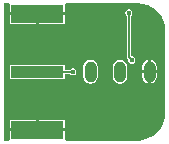
<source format=gtl>
G04*
G04 #@! TF.GenerationSoftware,Altium Limited,Altium Designer,25.1.2 (22)*
G04*
G04 Layer_Physical_Order=1*
G04 Layer_Color=255*
%FSLAX44Y44*%
%MOMM*%
G71*
G04*
G04 #@! TF.SameCoordinates,AE164387-2BA8-4131-8792-411A74241D84*
G04*
G04*
G04 #@! TF.FilePolarity,Positive*
G04*
G01*
G75*
%ADD11R,4.5000X1.5000*%
%ADD12R,4.5000X1.0000*%
%ADD16C,0.1500*%
%ADD17O,1.0000X1.8000*%
%ADD18C,0.4000*%
G36*
X249533Y117788D02*
X253892Y116466D01*
X257909Y114319D01*
X261430Y111430D01*
X264319Y107909D01*
X266466Y103892D01*
X267788Y99533D01*
X268228Y95064D01*
X268216Y95000D01*
Y25000D01*
X268228Y24936D01*
X267788Y20467D01*
X266466Y16108D01*
X264319Y12091D01*
X261430Y8571D01*
X257909Y5681D01*
X253892Y3534D01*
X249533Y2212D01*
X245065Y1771D01*
X245000Y1784D01*
X184577Y1784D01*
X183500Y3054D01*
Y9480D01*
X160000D01*
X136500D01*
Y3054D01*
X136500Y2250D01*
X135423Y1784D01*
X131784D01*
Y118216D01*
X135423D01*
X136500Y117750D01*
X136500Y116946D01*
Y110520D01*
X160000D01*
X183500D01*
Y116946D01*
X183500Y117750D01*
X184577Y118216D01*
X245000D01*
X245065Y118229D01*
X249533Y117788D01*
D02*
G37*
%LPC*%
G36*
X183500Y107980D02*
X161270D01*
Y100750D01*
X183500D01*
Y107980D01*
D02*
G37*
G36*
X158730D02*
X136500D01*
Y100750D01*
X158730D01*
Y107980D01*
D02*
G37*
G36*
X238097Y113000D02*
X236903D01*
X235801Y112543D01*
X234957Y111699D01*
X234500Y110597D01*
Y109403D01*
X234957Y108301D01*
X235716Y107542D01*
Y72500D01*
X235851Y71817D01*
X236238Y71238D01*
X237000Y70477D01*
Y69403D01*
X237457Y68301D01*
X238301Y67457D01*
X239403Y67000D01*
X240597D01*
X241699Y67457D01*
X242543Y68301D01*
X243000Y69403D01*
Y70597D01*
X242543Y71699D01*
X241699Y72543D01*
X240597Y73000D01*
X239523D01*
X239284Y73239D01*
Y107542D01*
X240043Y108301D01*
X240500Y109403D01*
Y110597D01*
X240043Y111699D01*
X239199Y112543D01*
X238097Y113000D01*
D02*
G37*
G36*
X256270Y69865D02*
Y61270D01*
X261117D01*
Y64000D01*
X260652Y66341D01*
X259326Y68326D01*
X257341Y69652D01*
X256270Y69865D01*
D02*
G37*
G36*
X253730D02*
X252659Y69652D01*
X250674Y68326D01*
X249348Y66341D01*
X248883Y64000D01*
Y61270D01*
X253730D01*
Y69865D01*
D02*
G37*
G36*
X183500Y66000D02*
X136500D01*
Y54000D01*
X183500D01*
Y58216D01*
X187542D01*
X188301Y57457D01*
X189403Y57000D01*
X190597D01*
X191699Y57457D01*
X192543Y58301D01*
X193000Y59403D01*
Y60597D01*
X192543Y61699D01*
X191699Y62543D01*
X190597Y63000D01*
X189403D01*
X188301Y62543D01*
X187542Y61784D01*
X183500D01*
Y66000D01*
D02*
G37*
G36*
X261117Y58730D02*
X256270D01*
Y50135D01*
X257341Y50348D01*
X259326Y51674D01*
X260652Y53659D01*
X261117Y56000D01*
Y58730D01*
D02*
G37*
G36*
X253730D02*
X248883D01*
Y56000D01*
X249348Y53659D01*
X250674Y51674D01*
X252659Y50348D01*
X253730Y50135D01*
Y58730D01*
D02*
G37*
G36*
X230000Y70118D02*
X227659Y69652D01*
X225674Y68326D01*
X224348Y66341D01*
X223883Y64000D01*
Y56000D01*
X224348Y53659D01*
X225674Y51674D01*
X227659Y50348D01*
X230000Y49882D01*
X232341Y50348D01*
X234326Y51674D01*
X235652Y53659D01*
X236117Y56000D01*
Y64000D01*
X235652Y66341D01*
X234326Y68326D01*
X232341Y69652D01*
X230000Y70118D01*
D02*
G37*
G36*
X205000D02*
X202659Y69652D01*
X200674Y68326D01*
X199348Y66341D01*
X198883Y64000D01*
Y56000D01*
X199348Y53659D01*
X200674Y51674D01*
X202659Y50348D01*
X205000Y49882D01*
X207341Y50348D01*
X209326Y51674D01*
X210652Y53659D01*
X211117Y56000D01*
Y64000D01*
X210652Y66341D01*
X209326Y68326D01*
X207341Y69652D01*
X205000Y70118D01*
D02*
G37*
G36*
X183500Y19250D02*
X161270D01*
Y12020D01*
X183500D01*
Y19250D01*
D02*
G37*
G36*
X158730D02*
X136500D01*
Y12020D01*
X158730D01*
Y19250D01*
D02*
G37*
%LPD*%
D11*
X160000Y10750D02*
D03*
Y109250D02*
D03*
D12*
Y60000D02*
D03*
D16*
X237500Y72500D02*
X240000Y70000D01*
X237500Y72500D02*
Y110000D01*
X160000Y60000D02*
X190000D01*
D17*
X255000D02*
D03*
X230000D02*
D03*
X205000D02*
D03*
D18*
X240000Y70000D02*
D03*
X237500Y110000D02*
D03*
X190000Y60000D02*
D03*
M02*

</source>
